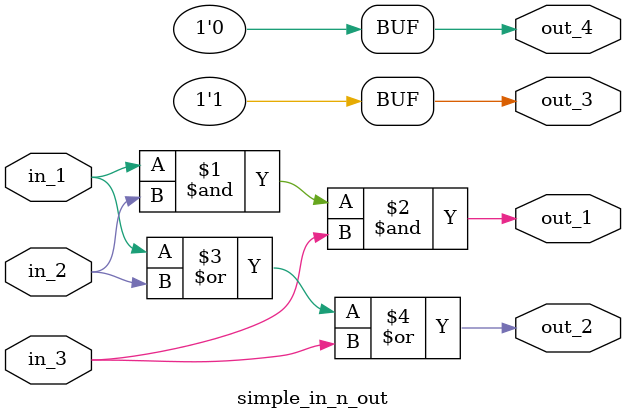
<source format=v>
module simple_in_n_out ( 
			 // Inputs
			 in_1,
			 in_2,
			 in_3,
			 
			 // Outputs
			 out_1,
			 out_2,
			 out_3,
			 out_4);

   input in_1;
   input in_2;
   input in_3;
   
   output out_1;
   output out_2;
   output out_3;
   output out_4;
   

   assign out_1 = in_1 & in_2 & in_3;
   assign out_2 = in_1 | in_2 | in_3;

   assign out_3 = 1'b1;
   assign out_4 = 1'b0;
   
endmodule
   
// Local Variables:
// mode: verilog
// End:

</source>
